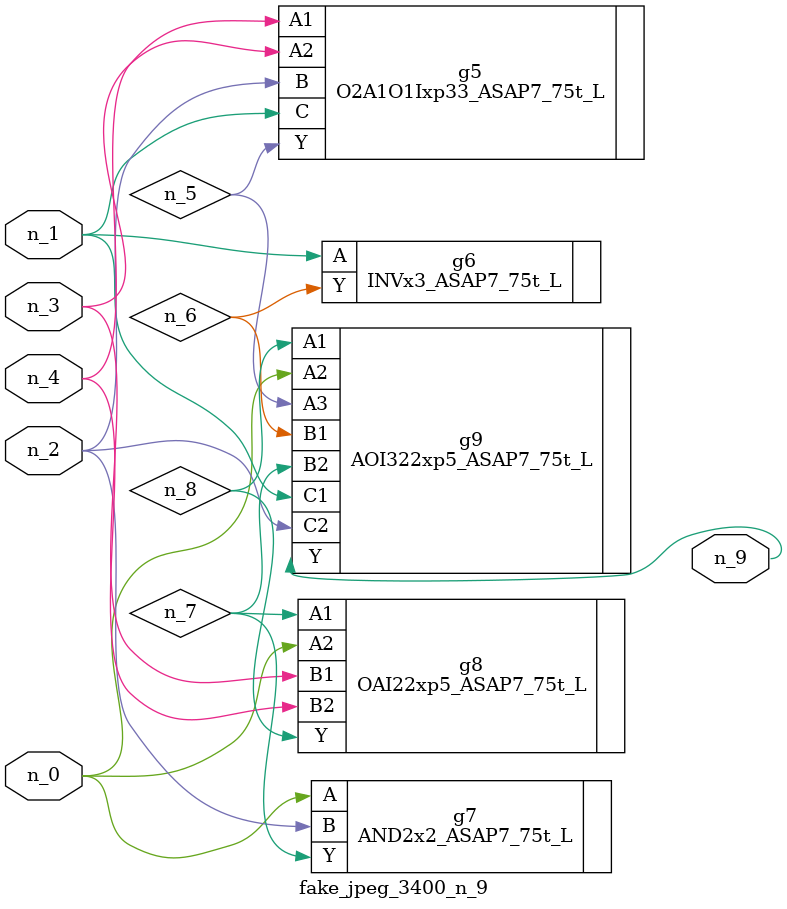
<source format=v>
module fake_jpeg_3400_n_9 (n_3, n_2, n_1, n_0, n_4, n_9);

input n_3;
input n_2;
input n_1;
input n_0;
input n_4;

output n_9;

wire n_8;
wire n_6;
wire n_5;
wire n_7;

O2A1O1Ixp33_ASAP7_75t_L g5 ( 
.A1(n_4),
.A2(n_3),
.B(n_2),
.C(n_1),
.Y(n_5)
);

INVx3_ASAP7_75t_L g6 ( 
.A(n_1),
.Y(n_6)
);

AND2x2_ASAP7_75t_L g7 ( 
.A(n_0),
.B(n_2),
.Y(n_7)
);

OAI22xp5_ASAP7_75t_L g8 ( 
.A1(n_7),
.A2(n_0),
.B1(n_3),
.B2(n_4),
.Y(n_8)
);

AOI322xp5_ASAP7_75t_L g9 ( 
.A1(n_8),
.A2(n_0),
.A3(n_5),
.B1(n_6),
.B2(n_7),
.C1(n_1),
.C2(n_2),
.Y(n_9)
);


endmodule
</source>
